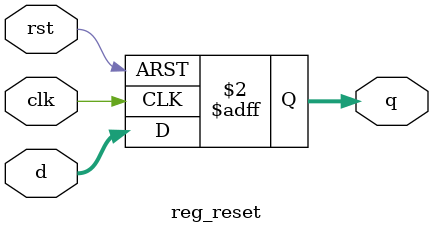
<source format=sv>

module reg_reset
    #(
        parameter N = 32  // Width of the register (default is 32 bits)
    )
    (
        input logic clk, rst,          // Clock and asynchronous reset signals
        input logic [N-1:0] d,         // Data input to the register
        output logic [N-1:0] q         // Data output from the register
    );
    
    // Always block to update the register value
    // The register is reset asynchronously on the rising edge of 'rst'.
    // On the rising edge of 'clk', the register is updated with the value of 'd'.
    always_ff @(posedge clk, posedge rst)
        if (rst)
            q <= 0;  // Asynchronously reset the register to 0
        else
            q <= d;  // Synchronously load the register with the input data 'd' on the clock edge
endmodule

</source>
